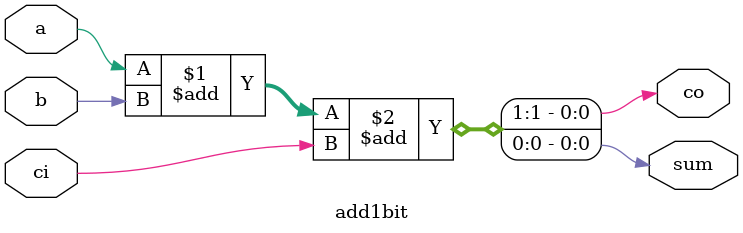
<source format=v>

module add1bit(a,b,ci,sum,co);
input a;
input b;
input ci;

output sum;
output co;

wire a;
wire b;
wire ci;
wire sum;
wire co;

assign{co,sum}=a+b+ci;

endmodule

</source>
